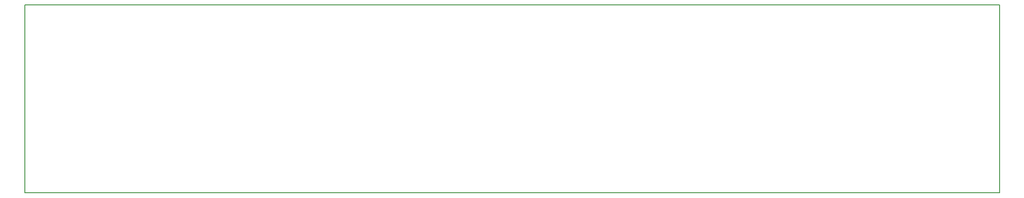
<source format=gm1>
G04 #@! TF.GenerationSoftware,KiCad,Pcbnew,(5.1.0-0)*
G04 #@! TF.CreationDate,2019-11-06T10:24:09+01:00*
G04 #@! TF.ProjectId,AddOnD,4164644f-6e44-42e6-9b69-6361645f7063,rev?*
G04 #@! TF.SameCoordinates,Original*
G04 #@! TF.FileFunction,Profile,NP*
%FSLAX46Y46*%
G04 Gerber Fmt 4.6, Leading zero omitted, Abs format (unit mm)*
G04 Created by KiCad (PCBNEW (5.1.0-0)) date 2019-11-06 10:24:09*
%MOMM*%
%LPD*%
G04 APERTURE LIST*
%ADD10C,0.150000*%
G04 APERTURE END LIST*
D10*
X7500000Y90000000D02*
X193500000Y90000000D01*
X193500000Y54000000D02*
X7500000Y54000000D01*
X7500000Y54000000D02*
X7500000Y90000000D01*
X193500000Y90000000D02*
X193500000Y54000000D01*
M02*

</source>
